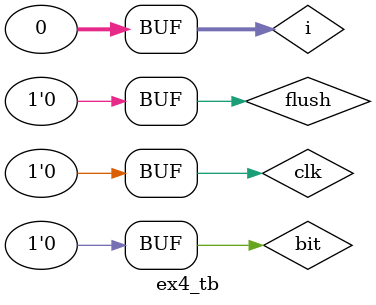
<source format=v>
module ex4(
    input clk, bit, flush,
    output reg [7:0] byte
);

reg [7:0] rgst = 0;
reg [3:0] counter = 0;

always @(posedge clk) begin
    if (flush) begin
        // Resetăm bufferul și contorul
        rgst <= 0;
        counter <= 0;
    end else begin
        // Adăugăm bitul nou în buffer
        rgst <= {rgst[6:0], bit};
        counter <= counter + 1;

        // Dacă s-au citit 8 biți, actualizăm byte
        if (counter == 8) begin
            byte <= rgst;
            counter <= 0;
        end
    end
end

endmodule


module ex4_tb;

    // Declarații semnale
    reg clk, bit, flush;
    wire [7:0] byte;

    // Instanțierea modulului
    ex4 uut (
        .clk(clk),
        .bit(bit),
        .flush(flush),
        .byte(byte)
    );

integer i = 0;

    // Clock generator
    initial begin
        clk = 0;
        repeat(100) begin 
        #5 clk = ~clk; // Perioadă 10ns
        end
    end

    initial begin
        i = 0;
        repeat(50) #10 i = i + 1;
    end

    // Test sequence
    initial begin
        // Inițializări
        flush = 0;
        bit = 0;

        $display("\tcounter\t| byte | bit | flush");
        $monitor("%d %b %b %b", i, byte, bit, flush);

        // Test resetare prin flush
        #10 flush = 1; // Activăm flush
        #10 flush = 0; // Dezactivăm flush

        // Test citire normală de biți
        #10 bit = 1; // Primul bit
        #10 bit = 0;
        #10 bit = 1;
        #10 bit = 0;
        #10 bit = 1;
        #10 bit = 0;
        #10 bit = 1;
        #10 bit = 0; // Al 8-lea bit

    end

endmodule
</source>
